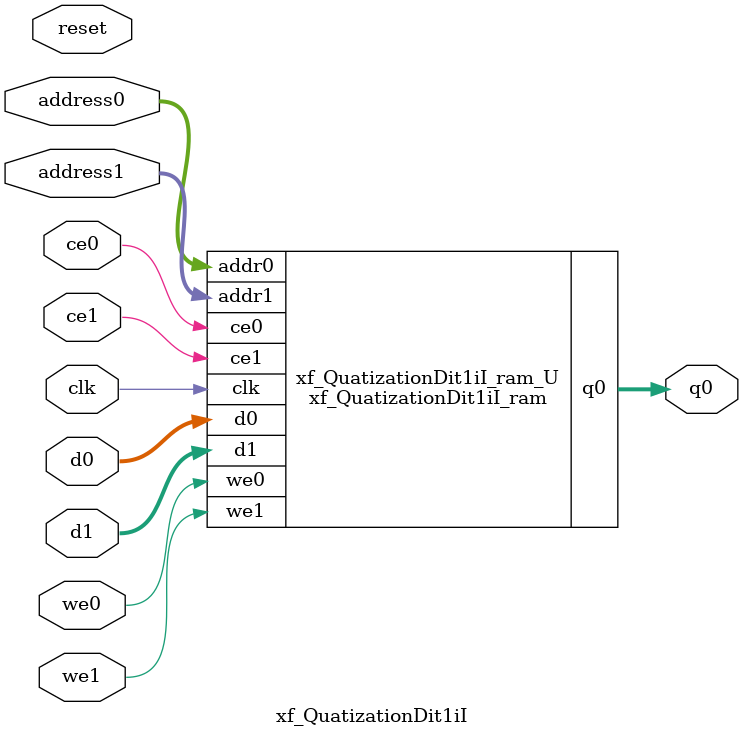
<source format=v>
`timescale 1 ns / 1 ps
module xf_QuatizationDit1iI_ram (addr0, ce0, d0, we0, q0, addr1, ce1, d1, we1,  clk);

parameter DWIDTH = 10;
parameter AWIDTH = 10;
parameter MEM_SIZE = 960;

input[AWIDTH-1:0] addr0;
input ce0;
input[DWIDTH-1:0] d0;
input we0;
output reg[DWIDTH-1:0] q0;
input[AWIDTH-1:0] addr1;
input ce1;
input[DWIDTH-1:0] d1;
input we1;
input clk;

(* ram_style = "block" *)reg [DWIDTH-1:0] ram[0:MEM_SIZE-1];




always @(posedge clk)  
begin 
    if (ce0) begin
        if (we0) 
            ram[addr0] <= d0; 
        q0 <= ram[addr0];
    end
end


always @(posedge clk)  
begin 
    if (ce1) begin
        if (we1) 
            ram[addr1] <= d1; 
    end
end


endmodule

`timescale 1 ns / 1 ps
module xf_QuatizationDit1iI(
    reset,
    clk,
    address0,
    ce0,
    we0,
    d0,
    q0,
    address1,
    ce1,
    we1,
    d1);

parameter DataWidth = 32'd10;
parameter AddressRange = 32'd960;
parameter AddressWidth = 32'd10;
input reset;
input clk;
input[AddressWidth - 1:0] address0;
input ce0;
input we0;
input[DataWidth - 1:0] d0;
output[DataWidth - 1:0] q0;
input[AddressWidth - 1:0] address1;
input ce1;
input we1;
input[DataWidth - 1:0] d1;



xf_QuatizationDit1iI_ram xf_QuatizationDit1iI_ram_U(
    .clk( clk ),
    .addr0( address0 ),
    .ce0( ce0 ),
    .we0( we0 ),
    .d0( d0 ),
    .q0( q0 ),
    .addr1( address1 ),
    .ce1( ce1 ),
    .we1( we1 ),
    .d1( d1 ));

endmodule


</source>
